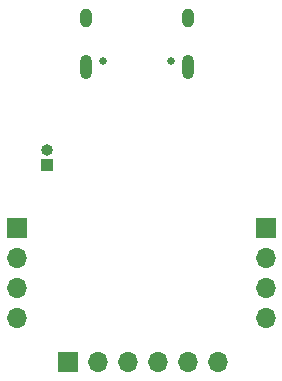
<source format=gbr>
%TF.GenerationSoftware,KiCad,Pcbnew,(5.1.9-0-10_14)*%
%TF.CreationDate,2021-02-02T14:33:23+08:00*%
%TF.ProjectId,WCH_Link,5743485f-4c69-46e6-9b2e-6b696361645f,rev?*%
%TF.SameCoordinates,Original*%
%TF.FileFunction,Soldermask,Bot*%
%TF.FilePolarity,Negative*%
%FSLAX46Y46*%
G04 Gerber Fmt 4.6, Leading zero omitted, Abs format (unit mm)*
G04 Created by KiCad (PCBNEW (5.1.9-0-10_14)) date 2021-02-02 14:33:23*
%MOMM*%
%LPD*%
G01*
G04 APERTURE LIST*
%ADD10O,1.700000X1.700000*%
%ADD11R,1.700000X1.700000*%
%ADD12O,1.000000X1.000000*%
%ADD13R,1.000000X1.000000*%
%ADD14O,1.000000X2.100000*%
%ADD15C,0.650000*%
%ADD16O,1.000000X1.600000*%
G04 APERTURE END LIST*
D10*
%TO.C,REF\u002A\u002A*%
X131699000Y-68834000D03*
X129159000Y-68834000D03*
X126619000Y-68834000D03*
X124079000Y-68834000D03*
X121539000Y-68834000D03*
D11*
X118999000Y-68834000D03*
%TD*%
%TO.C,REF\u002A\u002A*%
X114681000Y-57531000D03*
D10*
X114681000Y-60071000D03*
X114681000Y-62611000D03*
X114681000Y-65151000D03*
%TD*%
%TO.C,REF\u002A\u002A*%
X135763000Y-65151000D03*
X135763000Y-62611000D03*
X135763000Y-60071000D03*
D11*
X135763000Y-57531000D03*
%TD*%
D12*
%TO.C,J2*%
X117221000Y-50927000D03*
D13*
X117221000Y-52197000D03*
%TD*%
D14*
%TO.C,J1*%
X120521000Y-43897000D03*
X129161000Y-43897000D03*
D15*
X127731000Y-43367000D03*
D16*
X129161000Y-39717000D03*
D15*
X121951000Y-43367000D03*
D16*
X120521000Y-39717000D03*
%TD*%
M02*

</source>
